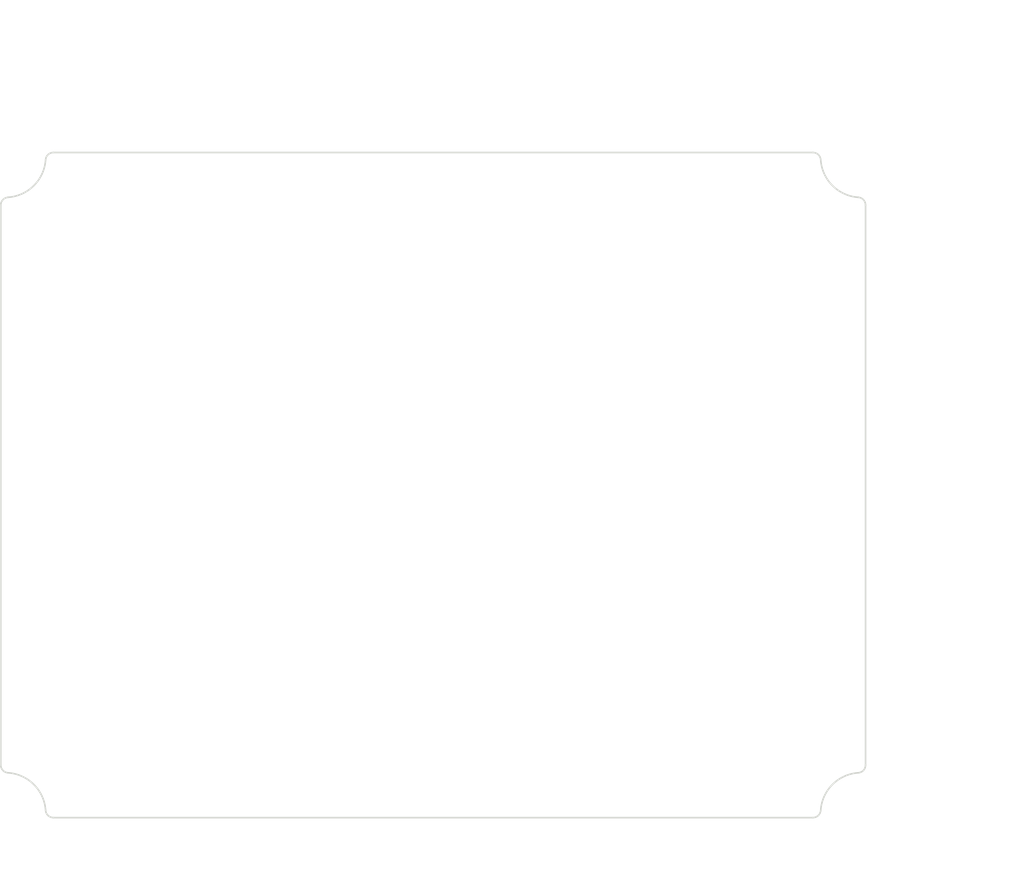
<source format=kicad_pcb>
(kicad_pcb (version 20171130) (host pcbnew "(5.1.0)-1")

  (general
    (thickness 1.6)
    (drawings 48)
    (tracks 0)
    (zones 0)
    (modules 0)
    (nets 1)
  )

  (page A4)
  (layers
    (0 F.Cu signal)
    (31 B.Cu signal)
    (32 B.Adhes user)
    (33 F.Adhes user)
    (34 B.Paste user)
    (35 F.Paste user)
    (36 B.SilkS user)
    (37 F.SilkS user)
    (38 B.Mask user)
    (39 F.Mask user)
    (40 Dwgs.User user)
    (41 Cmts.User user)
    (42 Eco1.User user)
    (43 Eco2.User user)
    (44 Edge.Cuts user)
    (45 Margin user)
    (46 B.CrtYd user)
    (47 F.CrtYd user)
    (48 B.Fab user)
    (49 F.Fab user)
  )

  (setup
    (last_trace_width 0.25)
    (trace_clearance 0.2)
    (zone_clearance 0.508)
    (zone_45_only no)
    (trace_min 0.2)
    (via_size 0.8)
    (via_drill 0.4)
    (via_min_size 0.4)
    (via_min_drill 0.3)
    (uvia_size 0.3)
    (uvia_drill 0.1)
    (uvias_allowed no)
    (uvia_min_size 0.2)
    (uvia_min_drill 0.1)
    (edge_width 0.05)
    (segment_width 0.2)
    (pcb_text_width 0.3)
    (pcb_text_size 1.5 1.5)
    (mod_edge_width 0.12)
    (mod_text_size 1 1)
    (mod_text_width 0.15)
    (pad_size 1.524 1.524)
    (pad_drill 0.762)
    (pad_to_mask_clearance 0.051)
    (solder_mask_min_width 0.25)
    (aux_axis_origin 0 0)
    (visible_elements FFFFFF7F)
    (pcbplotparams
      (layerselection 0x010fc_ffffffff)
      (usegerberextensions false)
      (usegerberattributes false)
      (usegerberadvancedattributes false)
      (creategerberjobfile false)
      (excludeedgelayer true)
      (linewidth 0.152400)
      (plotframeref false)
      (viasonmask false)
      (mode 1)
      (useauxorigin false)
      (hpglpennumber 1)
      (hpglpenspeed 20)
      (hpglpendiameter 15.000000)
      (psnegative false)
      (psa4output false)
      (plotreference true)
      (plotvalue true)
      (plotinvisibletext false)
      (padsonsilk false)
      (subtractmaskfromsilk false)
      (outputformat 1)
      (mirror false)
      (drillshape 1)
      (scaleselection 1)
      (outputdirectory ""))
  )

  (net 0 "")

  (net_class Default "This is the default net class."
    (clearance 0.2)
    (trace_width 0.25)
    (via_dia 0.8)
    (via_drill 0.4)
    (uvia_dia 0.3)
    (uvia_drill 0.1)
  )

  (gr_arc (start 192.270012 56.153076) (end 187.113059 56.504056) (angle -82.21294869) (layer Edge.Cuts) (width 0.2))
  (gr_arc (start 82.770012 56.153076) (end 83.120992 61.310029) (angle -82.21294855) (layer Edge.Cuts) (width 0.2))
  (gr_arc (start 82.770012 140.153076) (end 87.926965 139.802095) (angle -82.21294855) (layer Edge.Cuts) (width 0.2))
  (gr_arc (start 192.270012 140.153076) (end 191.919032 134.996123) (angle -82.21294869) (layer Edge.Cuts) (width 0.2))
  (gr_line (start 192.851129 133.998431) (end 192.851129 62.307721) (layer Edge.Cuts) (width 0.2))
  (gr_line (start 186.115367 55.571959) (end 88.924657 55.571959) (layer Edge.Cuts) (width 0.2))
  (gr_line (start 82.188895 62.307721) (end 82.188895 133.998431) (layer Edge.Cuts) (width 0.2))
  (gr_line (start 88.924657 140.734193) (end 186.115367 140.734193) (layer Edge.Cuts) (width 0.2))
  (gr_arc (start 186.115367 139.734193) (end 186.115367 140.734193) (angle -86.10647427) (layer Edge.Cuts) (width 0.2))
  (gr_arc (start 191.851129 133.998431) (end 191.919032 134.996123) (angle -86.10647442) (layer Edge.Cuts) (width 0.2))
  (gr_arc (start 191.851129 62.307721) (end 192.851129 62.307721) (angle -86.10647442) (layer Edge.Cuts) (width 0.2))
  (gr_arc (start 186.115367 56.571959) (end 187.113059 56.504056) (angle -86.10647427) (layer Edge.Cuts) (width 0.2))
  (gr_arc (start 88.924657 56.571959) (end 88.924657 55.571959) (angle -86.10647427) (layer Edge.Cuts) (width 0.2))
  (gr_arc (start 83.188895 62.307721) (end 83.120992 61.310029) (angle -86.10647427) (layer Edge.Cuts) (width 0.2))
  (gr_arc (start 83.188895 133.998431) (end 82.188895 133.998431) (angle -86.10647427) (layer Edge.Cuts) (width 0.2))
  (gr_arc (start 88.924657 139.734193) (end 87.926965 139.802095) (angle -86.10647427) (layer Edge.Cuts) (width 0.2))
  (gr_text [R0.04] (at 198.43024 149.04941) (layer Dwgs.User)
    (effects (font (size 1.7 1.53) (thickness 0.2125)))
  )
  (gr_text " R1.00" (at 198.43024 145.491975) (layer Dwgs.User)
    (effects (font (size 1.7 1.53) (thickness 0.2125)))
  )
  (gr_line (start 191.959469 147.159949) (end 187.959261 142.089473) (layer Dwgs.User) (width 0.2))
  (gr_line (start 193.959469 147.159949) (end 191.959469 147.159949) (layer Dwgs.User) (width 0.2))
  (gr_text [R0.20] (at 181.285338 134.061742) (layer Dwgs.User)
    (effects (font (size 1.7 1.53) (thickness 0.2125)))
  )
  (gr_text " R5.17" (at 181.285338 130.504306) (layer Dwgs.User)
    (effects (font (size 1.7 1.53) (thickness 0.2125)))
  )
  (gr_line (start 187.756109 132.17228) (end 188.740722 133.913124) (layer Dwgs.User) (width 0.2))
  (gr_line (start 185.756109 132.17228) (end 187.756109 132.17228) (layer Dwgs.User) (width 0.2))
  (gr_text [3.35] (at 209.101129 98.217034) (layer Dwgs.User)
    (effects (font (size 1.7 1.53) (thickness 0.2125)))
  )
  (gr_text " 85.16" (at 209.101129 94.659599) (layer Dwgs.User)
    (effects (font (size 1.7 1.53) (thickness 0.2125)))
  )
  (gr_line (start 209.101129 57.571959) (end 209.101129 92.770138) (layer Dwgs.User) (width 0.2))
  (gr_line (start 209.101129 138.734193) (end 209.101129 99.885008) (layer Dwgs.User) (width 0.2))
  (gr_line (start 188.101129 55.571959) (end 212.276129 55.571959) (layer Dwgs.User) (width 0.2))
  (gr_line (start 188.101129 140.734193) (end 212.276129 140.734193) (layer Dwgs.User) (width 0.2))
  (gr_text [2.90] (at 199.982455 86.590697) (layer Dwgs.User)
    (effects (font (size 1.7 1.53) (thickness 0.2125)))
  )
  (gr_text " 73.66" (at 199.982455 83.032682) (layer Dwgs.User)
    (effects (font (size 1.7 1.53) (thickness 0.2125)))
  )
  (gr_line (start 199.982455 132.984193) (end 199.982455 88.259251) (layer Dwgs.User) (width 0.2))
  (gr_line (start 199.982455 63.321959) (end 199.982455 81.143221) (layer Dwgs.User) (width 0.2))
  (gr_line (start 193.851129 134.984193) (end 203.157455 134.984193) (layer Dwgs.User) (width 0.2))
  (gr_line (start 193.851129 61.321959) (end 203.157455 61.321959) (layer Dwgs.User) (width 0.2))
  (gr_text [3.90] (at 148.001049 48.322177) (layer Dwgs.User)
    (effects (font (size 1.7 1.53) (thickness 0.2125)))
  )
  (gr_text " 99.16" (at 148.001049 44.764742) (layer Dwgs.User)
    (effects (font (size 1.7 1.53) (thickness 0.2125)))
  )
  (gr_line (start 185.101129 46.432716) (end 152.047979 46.432716) (layer Dwgs.User) (width 0.2))
  (gr_line (start 89.938895 46.432716) (end 143.954118 46.432716) (layer Dwgs.User) (width 0.2))
  (gr_line (start 187.101129 54.571959) (end 187.101129 43.257716) (layer Dwgs.User) (width 0.2))
  (gr_line (start 87.938895 54.571959) (end 87.938895 43.257716) (layer Dwgs.User) (width 0.2))
  (gr_text [4.36] (at 136.352147 41.21142) (layer Dwgs.User)
    (effects (font (size 1.7 1.53) (thickness 0.2125)))
  )
  (gr_text " 110.66" (at 136.352147 37.653985) (layer Dwgs.User)
    (effects (font (size 1.7 1.53) (thickness 0.2125)))
  )
  (gr_line (start 84.188895 39.321959) (end 131.644814 39.321959) (layer Dwgs.User) (width 0.2))
  (gr_line (start 190.851129 39.321959) (end 141.05948 39.321959) (layer Dwgs.User) (width 0.2))
  (gr_line (start 82.188895 60.321959) (end 82.188895 36.146959) (layer Dwgs.User) (width 0.2))
  (gr_line (start 192.851129 60.321959) (end 192.851129 36.146959) (layer Dwgs.User) (width 0.2))

)

</source>
